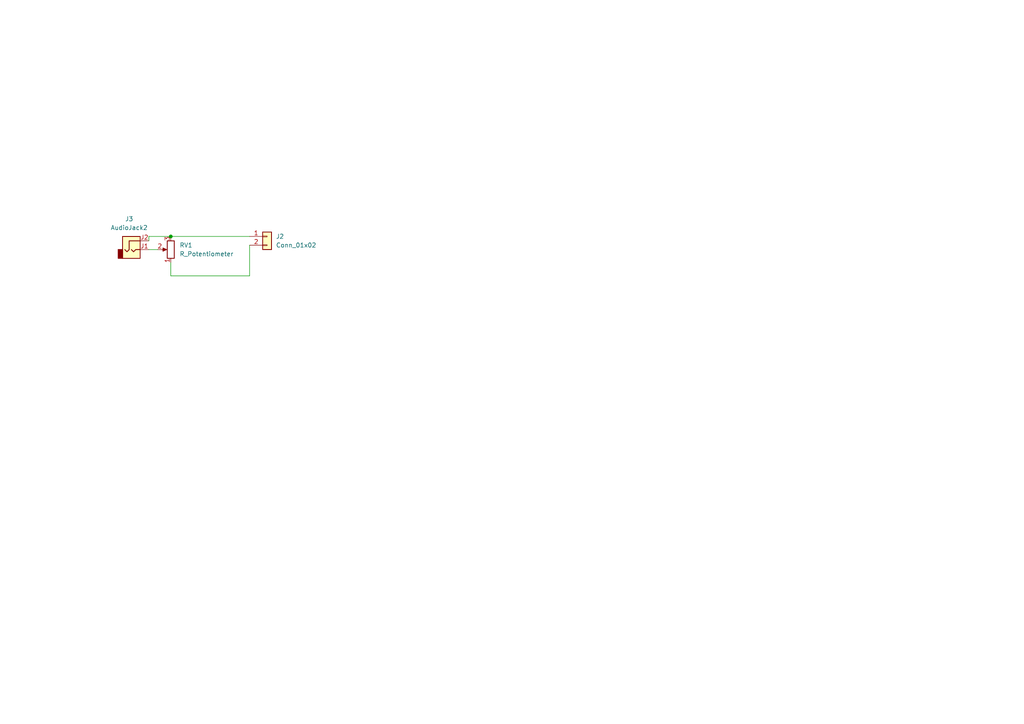
<source format=kicad_sch>
(kicad_sch (version 20231120) (generator "eeschema") (generator_version "8.0")
  (paper "A4")
  (lib_symbols
    (symbol "Connector_Audio:AudioJack2"
      (property "Reference" "J" (at 0 8.89 0))
      (property "Value" "AudioJack2" (at 0 6.35 0))
      (symbol "AudioJack2_0_1"
        (rectangle (start -3.81 0) (end -2.54 -2.54) (stroke (width 0.254)) (fill (type outline)))
        (rectangle (start -2.54 3.81) (end 2.54 -2.54) (stroke (width 0.254)) (fill (type background)))
        (polyline (pts (xy 0 0) (xy 0.635 -0.635) (xy 1.27 0) (xy 2.54 0)) (stroke (width 0.254)))
        (polyline (pts (xy 2.54 2.54) (xy -0.635 2.54) (xy -0.635 0) (xy -1.27 -0.635) (xy -1.905 0)) (stroke (width 0.254)))
      )
      (symbol "AudioJack2_1_1"
        (pin passive line (at 5.08 0 180) (length 2.54) (name "~") (number "J1"))
        (pin passive line (at 5.08 2.54 180) (length 2.54) (name "~") (number "J2"))
      )
    )
    (symbol "Connector_Generic:Conn_01x02" (pin_names (offset 1.016) hide)
      (property "Reference" "J" (at 0 2.54 0))
      (property "Value" "Conn_01x02" (at 0 -5.08 0))
      (symbol "Conn_01x02_1_1"
        (rectangle (start -1.27 -2.413) (end 0 -2.667) (stroke (width 0.1524)))
        (rectangle (start -1.27 0.127) (end 0 -0.127) (stroke (width 0.1524)))
        (rectangle (start -1.27 1.27) (end 1.27 -3.81) (stroke (width 0.254)) (fill (type background)))
        (pin passive line (at -5.08 0 0) (length 3.81) (name "Pin_1") (number "1"))
        (pin passive line (at -5.08 -2.54 0) (length 3.81) (name "Pin_2") (number "2"))
      )
    )
    (symbol "Device:R_Potentiometer" (pin_names (offset 1.016) hide)
      (property "Reference" "RV" (at -4.445 0 90))
      (property "Value" "R_Potentiometer" (at -2.54 0 90))
      (symbol "R_Potentiometer_0_1"
        (polyline (pts (xy 2.54 0) (xy 1.524 0)))
        (polyline (pts (xy 1.143 0) (xy 2.286 0.508) (xy 2.286 -0.508) (xy 1.143 0)) (fill (type outline)))
        (rectangle (start 1.016 2.54) (end -1.016 -2.54) (stroke (width 0.254)))
      )
      (symbol "R_Potentiometer_1_1"
        (pin passive line (at 0 3.81 270) (length 1.27) (name "1") (number "1"))
        (pin passive line (at 3.81 0 180) (length 1.27) (name "2") (number "2"))
        (pin passive line (at 0 -3.81 90) (length 1.27) (name "3") (number "3"))
      )
    )
  )
  (junction (at 49.53 68.58))
  (wire (pts (xy 43.18 72.39) (xy 45.72 72.39)))
  (wire (pts (xy 49.53 68.58) (xy 72.39 68.58)))
  (wire (pts (xy 49.53 76.2) (xy 49.53 80.01)))
  (wire (pts (xy 72.39 80.01) (xy 49.53 80.01)))
  (wire (pts (xy 43.18 68.58) (xy 43.18 69.85)))
  (wire (pts (xy 43.18 68.58) (xy 49.53 68.58)))
  (wire (pts (xy 72.39 71.12) (xy 72.39 80.01)))
  (symbol (lib_id "Connector_Audio:AudioJack2") (at 38.1 72.39 0) (unit 1)
    (property "Reference" "J3" (at 37.465 63.5 0))
    (property "Value" "AudioJack2" (at 37.465 66.04 0))
    (property "Description" "Audio Jack, 2 Poles (Mono / TS)" (effects (hide yes)))
  )
  (symbol (lib_id "Device:R_Potentiometer") (at 49.53 72.39 180) (unit 1)
    (property "Reference" "RV1" (at 52.07 71.1199 0) (effects (justify right)))
    (property "Value" "R_Potentiometer" (at 52.07 73.6599 0) (effects (justify right)))
    (property "Description" "Potentiometer" (effects (hide yes)))
  )
  (symbol (lib_id "Connector_Generic:Conn_01x02") (at 77.47 68.58 0) (unit 1)
    (property "Reference" "J2" (at 80.01 68.5799 0) (effects (justify left)))
    (property "Value" "Conn_01x02" (at 80.01 71.1199 0) (effects (justify left)))
    (property "Description" "Generic connector, single row, 01x02, script generated (kicad-library-utils/schlib/autogen/connector/)" (effects (hide yes)))
  )
)
</source>
